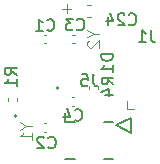
<source format=gbr>
%TF.GenerationSoftware,KiCad,Pcbnew,9.0.0*%
%TF.CreationDate,2025-03-13T15:54:17-04:00*%
%TF.ProjectId,IngestibleCapsule-Board,496e6765-7374-4696-926c-654361707375,rev?*%
%TF.SameCoordinates,Original*%
%TF.FileFunction,Legend,Bot*%
%TF.FilePolarity,Positive*%
%FSLAX46Y46*%
G04 Gerber Fmt 4.6, Leading zero omitted, Abs format (unit mm)*
G04 Created by KiCad (PCBNEW 9.0.0) date 2025-03-13 15:54:17*
%MOMM*%
%LPD*%
G01*
G04 APERTURE LIST*
%ADD10C,0.100000*%
%ADD11C,0.150000*%
%ADD12C,0.200000*%
%ADD13C,0.152400*%
%ADD14C,0.120000*%
G04 APERTURE END LIST*
D10*
X98496115Y-68441466D02*
X97734211Y-68441466D01*
X98115163Y-68822419D02*
X98115163Y-68060514D01*
X94681228Y-78323809D02*
X95157419Y-78323809D01*
X94157419Y-77990476D02*
X94681228Y-78323809D01*
X94681228Y-78323809D02*
X94157419Y-78657142D01*
X95157419Y-79514285D02*
X95157419Y-78942857D01*
X95157419Y-79228571D02*
X94157419Y-79228571D01*
X94157419Y-79228571D02*
X94300276Y-79133333D01*
X94300276Y-79133333D02*
X94395514Y-79038095D01*
X94395514Y-79038095D02*
X94443133Y-78942857D01*
D11*
X100333333Y-73974819D02*
X100333333Y-74689104D01*
X100333333Y-74689104D02*
X100380952Y-74831961D01*
X100380952Y-74831961D02*
X100476190Y-74927200D01*
X100476190Y-74927200D02*
X100619047Y-74974819D01*
X100619047Y-74974819D02*
X100714285Y-74974819D01*
X99380952Y-73974819D02*
X99857142Y-73974819D01*
X99857142Y-73974819D02*
X99904761Y-74451009D01*
X99904761Y-74451009D02*
X99857142Y-74403390D01*
X99857142Y-74403390D02*
X99761904Y-74355771D01*
X99761904Y-74355771D02*
X99523809Y-74355771D01*
X99523809Y-74355771D02*
X99428571Y-74403390D01*
X99428571Y-74403390D02*
X99380952Y-74451009D01*
X99380952Y-74451009D02*
X99333333Y-74546247D01*
X99333333Y-74546247D02*
X99333333Y-74784342D01*
X99333333Y-74784342D02*
X99380952Y-74879580D01*
X99380952Y-74879580D02*
X99428571Y-74927200D01*
X99428571Y-74927200D02*
X99523809Y-74974819D01*
X99523809Y-74974819D02*
X99761904Y-74974819D01*
X99761904Y-74974819D02*
X99857142Y-74927200D01*
X99857142Y-74927200D02*
X99904761Y-74879580D01*
X105233333Y-70254819D02*
X105233333Y-70969104D01*
X105233333Y-70969104D02*
X105280952Y-71111961D01*
X105280952Y-71111961D02*
X105376190Y-71207200D01*
X105376190Y-71207200D02*
X105519047Y-71254819D01*
X105519047Y-71254819D02*
X105614285Y-71254819D01*
X104233333Y-71254819D02*
X104804761Y-71254819D01*
X104519047Y-71254819D02*
X104519047Y-70254819D01*
X104519047Y-70254819D02*
X104614285Y-70397676D01*
X104614285Y-70397676D02*
X104709523Y-70492914D01*
X104709523Y-70492914D02*
X104804761Y-70540533D01*
X102054819Y-74833333D02*
X101578628Y-74500000D01*
X102054819Y-74261905D02*
X101054819Y-74261905D01*
X101054819Y-74261905D02*
X101054819Y-74642857D01*
X101054819Y-74642857D02*
X101102438Y-74738095D01*
X101102438Y-74738095D02*
X101150057Y-74785714D01*
X101150057Y-74785714D02*
X101245295Y-74833333D01*
X101245295Y-74833333D02*
X101388152Y-74833333D01*
X101388152Y-74833333D02*
X101483390Y-74785714D01*
X101483390Y-74785714D02*
X101531009Y-74738095D01*
X101531009Y-74738095D02*
X101578628Y-74642857D01*
X101578628Y-74642857D02*
X101578628Y-74261905D01*
X101388152Y-75690476D02*
X102054819Y-75690476D01*
X101007200Y-75452381D02*
X101721485Y-75214286D01*
X101721485Y-75214286D02*
X101721485Y-75833333D01*
X96554502Y-80159580D02*
X96602121Y-80207200D01*
X96602121Y-80207200D02*
X96744978Y-80254819D01*
X96744978Y-80254819D02*
X96840216Y-80254819D01*
X96840216Y-80254819D02*
X96983073Y-80207200D01*
X96983073Y-80207200D02*
X97078311Y-80111961D01*
X97078311Y-80111961D02*
X97125930Y-80016723D01*
X97125930Y-80016723D02*
X97173549Y-79826247D01*
X97173549Y-79826247D02*
X97173549Y-79683390D01*
X97173549Y-79683390D02*
X97125930Y-79492914D01*
X97125930Y-79492914D02*
X97078311Y-79397676D01*
X97078311Y-79397676D02*
X96983073Y-79302438D01*
X96983073Y-79302438D02*
X96840216Y-79254819D01*
X96840216Y-79254819D02*
X96744978Y-79254819D01*
X96744978Y-79254819D02*
X96602121Y-79302438D01*
X96602121Y-79302438D02*
X96554502Y-79350057D01*
X96173549Y-79350057D02*
X96125930Y-79302438D01*
X96125930Y-79302438D02*
X96030692Y-79254819D01*
X96030692Y-79254819D02*
X95792597Y-79254819D01*
X95792597Y-79254819D02*
X95697359Y-79302438D01*
X95697359Y-79302438D02*
X95649740Y-79350057D01*
X95649740Y-79350057D02*
X95602121Y-79445295D01*
X95602121Y-79445295D02*
X95602121Y-79540533D01*
X95602121Y-79540533D02*
X95649740Y-79683390D01*
X95649740Y-79683390D02*
X96221168Y-80254819D01*
X96221168Y-80254819D02*
X95602121Y-80254819D01*
X103367857Y-69734580D02*
X103415476Y-69782200D01*
X103415476Y-69782200D02*
X103558333Y-69829819D01*
X103558333Y-69829819D02*
X103653571Y-69829819D01*
X103653571Y-69829819D02*
X103796428Y-69782200D01*
X103796428Y-69782200D02*
X103891666Y-69686961D01*
X103891666Y-69686961D02*
X103939285Y-69591723D01*
X103939285Y-69591723D02*
X103986904Y-69401247D01*
X103986904Y-69401247D02*
X103986904Y-69258390D01*
X103986904Y-69258390D02*
X103939285Y-69067914D01*
X103939285Y-69067914D02*
X103891666Y-68972676D01*
X103891666Y-68972676D02*
X103796428Y-68877438D01*
X103796428Y-68877438D02*
X103653571Y-68829819D01*
X103653571Y-68829819D02*
X103558333Y-68829819D01*
X103558333Y-68829819D02*
X103415476Y-68877438D01*
X103415476Y-68877438D02*
X103367857Y-68925057D01*
X102986904Y-68925057D02*
X102939285Y-68877438D01*
X102939285Y-68877438D02*
X102844047Y-68829819D01*
X102844047Y-68829819D02*
X102605952Y-68829819D01*
X102605952Y-68829819D02*
X102510714Y-68877438D01*
X102510714Y-68877438D02*
X102463095Y-68925057D01*
X102463095Y-68925057D02*
X102415476Y-69020295D01*
X102415476Y-69020295D02*
X102415476Y-69115533D01*
X102415476Y-69115533D02*
X102463095Y-69258390D01*
X102463095Y-69258390D02*
X103034523Y-69829819D01*
X103034523Y-69829819D02*
X102415476Y-69829819D01*
X101558333Y-69163152D02*
X101558333Y-69829819D01*
X101796428Y-68782200D02*
X102034523Y-69496485D01*
X102034523Y-69496485D02*
X101415476Y-69496485D01*
X98786666Y-77819580D02*
X98834285Y-77867200D01*
X98834285Y-77867200D02*
X98977142Y-77914819D01*
X98977142Y-77914819D02*
X99072380Y-77914819D01*
X99072380Y-77914819D02*
X99215237Y-77867200D01*
X99215237Y-77867200D02*
X99310475Y-77771961D01*
X99310475Y-77771961D02*
X99358094Y-77676723D01*
X99358094Y-77676723D02*
X99405713Y-77486247D01*
X99405713Y-77486247D02*
X99405713Y-77343390D01*
X99405713Y-77343390D02*
X99358094Y-77152914D01*
X99358094Y-77152914D02*
X99310475Y-77057676D01*
X99310475Y-77057676D02*
X99215237Y-76962438D01*
X99215237Y-76962438D02*
X99072380Y-76914819D01*
X99072380Y-76914819D02*
X98977142Y-76914819D01*
X98977142Y-76914819D02*
X98834285Y-76962438D01*
X98834285Y-76962438D02*
X98786666Y-77010057D01*
X97929523Y-77248152D02*
X97929523Y-77914819D01*
X98167618Y-76867200D02*
X98405713Y-77581485D01*
X98405713Y-77581485D02*
X97786666Y-77581485D01*
X102024819Y-72261905D02*
X101024819Y-72261905D01*
X101024819Y-72261905D02*
X101024819Y-72500000D01*
X101024819Y-72500000D02*
X101072438Y-72642857D01*
X101072438Y-72642857D02*
X101167676Y-72738095D01*
X101167676Y-72738095D02*
X101262914Y-72785714D01*
X101262914Y-72785714D02*
X101453390Y-72833333D01*
X101453390Y-72833333D02*
X101596247Y-72833333D01*
X101596247Y-72833333D02*
X101786723Y-72785714D01*
X101786723Y-72785714D02*
X101881961Y-72738095D01*
X101881961Y-72738095D02*
X101977200Y-72642857D01*
X101977200Y-72642857D02*
X102024819Y-72500000D01*
X102024819Y-72500000D02*
X102024819Y-72261905D01*
X102024819Y-73785714D02*
X102024819Y-73214286D01*
X102024819Y-73500000D02*
X101024819Y-73500000D01*
X101024819Y-73500000D02*
X101167676Y-73404762D01*
X101167676Y-73404762D02*
X101262914Y-73309524D01*
X101262914Y-73309524D02*
X101310533Y-73214286D01*
X93854819Y-74033333D02*
X93378628Y-73700000D01*
X93854819Y-73461905D02*
X92854819Y-73461905D01*
X92854819Y-73461905D02*
X92854819Y-73842857D01*
X92854819Y-73842857D02*
X92902438Y-73938095D01*
X92902438Y-73938095D02*
X92950057Y-73985714D01*
X92950057Y-73985714D02*
X93045295Y-74033333D01*
X93045295Y-74033333D02*
X93188152Y-74033333D01*
X93188152Y-74033333D02*
X93283390Y-73985714D01*
X93283390Y-73985714D02*
X93331009Y-73938095D01*
X93331009Y-73938095D02*
X93378628Y-73842857D01*
X93378628Y-73842857D02*
X93378628Y-73461905D01*
X93854819Y-74985714D02*
X93854819Y-74414286D01*
X93854819Y-74700000D02*
X92854819Y-74700000D01*
X92854819Y-74700000D02*
X92997676Y-74604762D01*
X92997676Y-74604762D02*
X93092914Y-74509524D01*
X93092914Y-74509524D02*
X93140533Y-74414286D01*
X96446666Y-70199580D02*
X96494285Y-70247200D01*
X96494285Y-70247200D02*
X96637142Y-70294819D01*
X96637142Y-70294819D02*
X96732380Y-70294819D01*
X96732380Y-70294819D02*
X96875237Y-70247200D01*
X96875237Y-70247200D02*
X96970475Y-70151961D01*
X96970475Y-70151961D02*
X97018094Y-70056723D01*
X97018094Y-70056723D02*
X97065713Y-69866247D01*
X97065713Y-69866247D02*
X97065713Y-69723390D01*
X97065713Y-69723390D02*
X97018094Y-69532914D01*
X97018094Y-69532914D02*
X96970475Y-69437676D01*
X96970475Y-69437676D02*
X96875237Y-69342438D01*
X96875237Y-69342438D02*
X96732380Y-69294819D01*
X96732380Y-69294819D02*
X96637142Y-69294819D01*
X96637142Y-69294819D02*
X96494285Y-69342438D01*
X96494285Y-69342438D02*
X96446666Y-69390057D01*
X95494285Y-70294819D02*
X96065713Y-70294819D01*
X95779999Y-70294819D02*
X95779999Y-69294819D01*
X95779999Y-69294819D02*
X95875237Y-69437676D01*
X95875237Y-69437676D02*
X95970475Y-69532914D01*
X95970475Y-69532914D02*
X96065713Y-69580533D01*
X98966666Y-70159580D02*
X99014285Y-70207200D01*
X99014285Y-70207200D02*
X99157142Y-70254819D01*
X99157142Y-70254819D02*
X99252380Y-70254819D01*
X99252380Y-70254819D02*
X99395237Y-70207200D01*
X99395237Y-70207200D02*
X99490475Y-70111961D01*
X99490475Y-70111961D02*
X99538094Y-70016723D01*
X99538094Y-70016723D02*
X99585713Y-69826247D01*
X99585713Y-69826247D02*
X99585713Y-69683390D01*
X99585713Y-69683390D02*
X99538094Y-69492914D01*
X99538094Y-69492914D02*
X99490475Y-69397676D01*
X99490475Y-69397676D02*
X99395237Y-69302438D01*
X99395237Y-69302438D02*
X99252380Y-69254819D01*
X99252380Y-69254819D02*
X99157142Y-69254819D01*
X99157142Y-69254819D02*
X99014285Y-69302438D01*
X99014285Y-69302438D02*
X98966666Y-69350057D01*
X98633332Y-69254819D02*
X98014285Y-69254819D01*
X98014285Y-69254819D02*
X98347618Y-69635771D01*
X98347618Y-69635771D02*
X98204761Y-69635771D01*
X98204761Y-69635771D02*
X98109523Y-69683390D01*
X98109523Y-69683390D02*
X98061904Y-69731009D01*
X98061904Y-69731009D02*
X98014285Y-69826247D01*
X98014285Y-69826247D02*
X98014285Y-70064342D01*
X98014285Y-70064342D02*
X98061904Y-70159580D01*
X98061904Y-70159580D02*
X98109523Y-70207200D01*
X98109523Y-70207200D02*
X98204761Y-70254819D01*
X98204761Y-70254819D02*
X98490475Y-70254819D01*
X98490475Y-70254819D02*
X98585713Y-70207200D01*
X98585713Y-70207200D02*
X98633332Y-70159580D01*
D10*
X100381228Y-70523809D02*
X100857419Y-70523809D01*
X99857419Y-70190476D02*
X100381228Y-70523809D01*
X100381228Y-70523809D02*
X99857419Y-70857142D01*
X99952657Y-71142857D02*
X99905038Y-71190476D01*
X99905038Y-71190476D02*
X99857419Y-71285714D01*
X99857419Y-71285714D02*
X99857419Y-71523809D01*
X99857419Y-71523809D02*
X99905038Y-71619047D01*
X99905038Y-71619047D02*
X99952657Y-71666666D01*
X99952657Y-71666666D02*
X100047895Y-71714285D01*
X100047895Y-71714285D02*
X100143133Y-71714285D01*
X100143133Y-71714285D02*
X100285990Y-71666666D01*
X100285990Y-71666666D02*
X100857419Y-71095238D01*
X100857419Y-71095238D02*
X100857419Y-71714285D01*
D12*
%TO.C,Y1*%
X93837753Y-77532597D02*
G75*
G02*
X93677753Y-77532597I-80000J0D01*
G01*
X93677753Y-77532597D02*
G75*
G02*
X93837753Y-77532597I80000J0D01*
G01*
D13*
%TO.C,J5*%
X98000004Y-78035001D02*
X98769959Y-78035001D01*
X98769959Y-81165000D02*
X98000004Y-81165000D01*
X101230041Y-78035001D02*
X101999996Y-78035001D01*
X101999996Y-81165000D02*
X101230041Y-81165000D01*
X102253996Y-78285000D02*
X103523996Y-77650000D01*
X103523996Y-77650000D02*
X103523996Y-78920000D01*
X103523996Y-78920000D02*
X102253996Y-78285000D01*
D14*
%TO.C,J1*%
X103195000Y-76240000D02*
X103195000Y-76875000D01*
X103195000Y-76875000D02*
X103830000Y-76875000D01*
%TO.C,R4*%
X100020000Y-74946359D02*
X100020000Y-75253641D01*
X100780000Y-74946359D02*
X100780000Y-75253641D01*
%TO.C,C2*%
X96387836Y-78140000D02*
X96172164Y-78140000D01*
X96387836Y-78860000D02*
X96172164Y-78860000D01*
%TO.C,C24*%
X99859420Y-68090000D02*
X100140580Y-68090000D01*
X99859420Y-69110000D02*
X100140580Y-69110000D01*
%TO.C,C4*%
X98512164Y-75940000D02*
X98727836Y-75940000D01*
X98512164Y-76660000D02*
X98727836Y-76660000D01*
D10*
%TO.C,D1*%
X100450000Y-74090000D02*
G75*
G02*
X100350000Y-74090000I-50000J0D01*
G01*
X100350000Y-74090000D02*
G75*
G02*
X100450000Y-74090000I50000J0D01*
G01*
D14*
%TO.C,R1*%
X93120000Y-75946359D02*
X93120000Y-76253641D01*
X93880000Y-75946359D02*
X93880000Y-76253641D01*
%TO.C,C1*%
X96387836Y-70640000D02*
X96172164Y-70640000D01*
X96387836Y-71360000D02*
X96172164Y-71360000D01*
%TO.C,C3*%
X98592164Y-70640000D02*
X98807836Y-70640000D01*
X98592164Y-71360000D02*
X98807836Y-71360000D01*
D12*
%TO.C,Y2*%
X97413228Y-75149871D02*
G75*
G02*
X97253228Y-75149871I-80000J0D01*
G01*
X97253228Y-75149871D02*
G75*
G02*
X97413228Y-75149871I80000J0D01*
G01*
%TD*%
M02*

</source>
